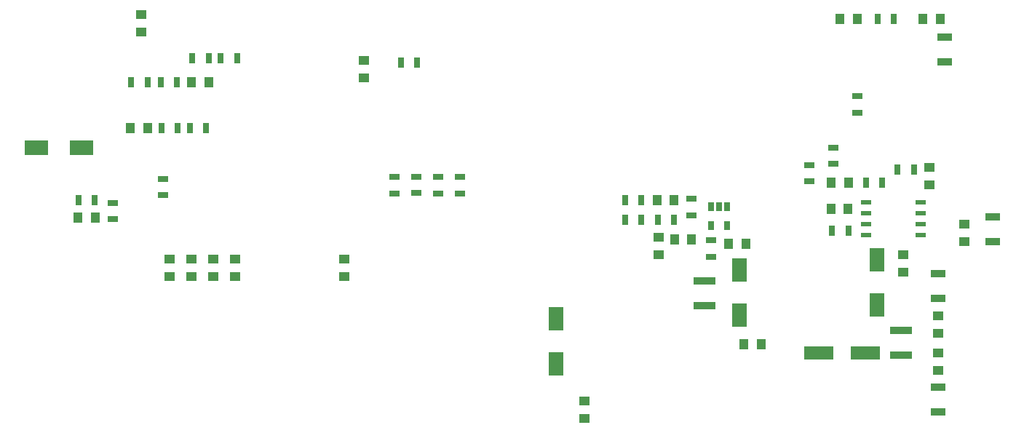
<source format=gbr>
G04 #@! TF.GenerationSoftware,KiCad,Pcbnew,(5.0.1)-4*
G04 #@! TF.CreationDate,2019-02-03T13:31:45+01:00*
G04 #@! TF.ProjectId,GPSDO-LCD-2,475053444F2D4C43442D322E6B696361,rev?*
G04 #@! TF.SameCoordinates,Original*
G04 #@! TF.FileFunction,Paste,Top*
G04 #@! TF.FilePolarity,Positive*
%FSLAX46Y46*%
G04 Gerber Fmt 4.6, Leading zero omitted, Abs format (unit mm)*
G04 Created by KiCad (PCBNEW (5.0.1)-4) date 03/02/2019 13:31:45*
%MOMM*%
%LPD*%
G01*
G04 APERTURE LIST*
%ADD10R,0.700000X1.300000*%
%ADD11R,1.250000X1.000000*%
%ADD12R,1.000000X1.250000*%
%ADD13R,1.800000X2.750000*%
%ADD14R,2.750000X1.800000*%
%ADD15R,2.500000X0.900000*%
%ADD16R,1.700000X0.900000*%
%ADD17R,1.300000X0.700000*%
%ADD18R,1.143000X0.508000*%
%ADD19R,0.650000X1.060000*%
%ADD20R,3.500000X1.600000*%
G04 APERTURE END LIST*
D10*
G04 #@! TO.C,R8*
X194056000Y-100076000D03*
X192156000Y-100076000D03*
G04 #@! TD*
D11*
G04 #@! TO.C,C1*
X196850000Y-123444000D03*
X196850000Y-121444000D03*
G04 #@! TD*
G04 #@! TO.C,C2*
X196850000Y-117126000D03*
X196850000Y-119126000D03*
G04 #@! TD*
G04 #@! TO.C,C3*
X199898000Y-108458000D03*
X199898000Y-106458000D03*
G04 #@! TD*
D12*
G04 #@! TO.C,C4*
X197088000Y-82550000D03*
X195088000Y-82550000D03*
G04 #@! TD*
D11*
G04 #@! TO.C,C5*
X192786000Y-111998000D03*
X192786000Y-109998000D03*
G04 #@! TD*
D12*
G04 #@! TO.C,C6*
X186404000Y-104648000D03*
X184404000Y-104648000D03*
G04 #@! TD*
G04 #@! TO.C,C7*
X187436000Y-82550000D03*
X185436000Y-82550000D03*
G04 #@! TD*
D11*
G04 #@! TO.C,C8*
X155702000Y-129032000D03*
X155702000Y-127032000D03*
G04 #@! TD*
D13*
G04 #@! TO.C,C9*
X189738000Y-115824000D03*
X189738000Y-110574000D03*
G04 #@! TD*
D11*
G04 #@! TO.C,C14*
X195834000Y-101854000D03*
X195834000Y-99854000D03*
G04 #@! TD*
D13*
G04 #@! TO.C,C15*
X152400000Y-122682000D03*
X152400000Y-117432000D03*
G04 #@! TD*
D12*
G04 #@! TO.C,C16*
X186420000Y-101600000D03*
X184420000Y-101600000D03*
G04 #@! TD*
D11*
G04 #@! TO.C,C17*
X104140000Y-82074000D03*
X104140000Y-84074000D03*
G04 #@! TD*
D12*
G04 #@! TO.C,C20*
X166180000Y-108204000D03*
X168180000Y-108204000D03*
G04 #@! TD*
G04 #@! TO.C,C22*
X166148000Y-103632000D03*
X164148000Y-103632000D03*
G04 #@! TD*
D11*
G04 #@! TO.C,C23*
X164338000Y-107982000D03*
X164338000Y-109982000D03*
G04 #@! TD*
D12*
G04 #@! TO.C,C24*
X176276000Y-120396000D03*
X174276000Y-120396000D03*
G04 #@! TD*
D11*
G04 #@! TO.C,C26*
X107442000Y-112522000D03*
X107442000Y-110522000D03*
G04 #@! TD*
D12*
G04 #@! TO.C,C27*
X98790000Y-105664000D03*
X96790000Y-105664000D03*
G04 #@! TD*
D11*
G04 #@! TO.C,C28*
X109982000Y-112522000D03*
X109982000Y-110522000D03*
G04 #@! TD*
G04 #@! TO.C,C29*
X115062000Y-110522000D03*
X115062000Y-112522000D03*
G04 #@! TD*
D12*
G04 #@! TO.C,C30*
X172498000Y-108712000D03*
X174498000Y-108712000D03*
G04 #@! TD*
D11*
G04 #@! TO.C,C31*
X112522000Y-110522000D03*
X112522000Y-112522000D03*
G04 #@! TD*
D13*
G04 #@! TO.C,C32*
X173736000Y-111760000D03*
X173736000Y-117010000D03*
G04 #@! TD*
D11*
G04 #@! TO.C,C34*
X130048000Y-89392000D03*
X130048000Y-87392000D03*
G04 #@! TD*
G04 #@! TO.C,C35*
X127762000Y-112506000D03*
X127762000Y-110506000D03*
G04 #@! TD*
D14*
G04 #@! TO.C,C37*
X91948000Y-97536000D03*
X97198000Y-97536000D03*
G04 #@! TD*
D15*
G04 #@! TO.C,L1*
X192532000Y-118766000D03*
X192532000Y-121666000D03*
G04 #@! TD*
G04 #@! TO.C,L3*
X169672000Y-115930000D03*
X169672000Y-113030000D03*
G04 #@! TD*
D16*
G04 #@! TO.C,R1*
X196850000Y-125370000D03*
X196850000Y-128270000D03*
G04 #@! TD*
G04 #@! TO.C,R2*
X196850000Y-112162000D03*
X196850000Y-115062000D03*
G04 #@! TD*
G04 #@! TO.C,R3*
X203200000Y-108458000D03*
X203200000Y-105558000D03*
G04 #@! TD*
G04 #@! TO.C,R4*
X197612000Y-87556000D03*
X197612000Y-84656000D03*
G04 #@! TD*
D10*
G04 #@! TO.C,R5*
X189804000Y-82550000D03*
X191704000Y-82550000D03*
G04 #@! TD*
G04 #@! TO.C,R6*
X188468000Y-101600000D03*
X190368000Y-101600000D03*
G04 #@! TD*
G04 #@! TO.C,R7*
X186436000Y-107188000D03*
X184536000Y-107188000D03*
G04 #@! TD*
G04 #@! TO.C,R9*
X113416000Y-87122000D03*
X115316000Y-87122000D03*
G04 #@! TD*
G04 #@! TO.C,R10*
X166148000Y-105918000D03*
X164248000Y-105918000D03*
G04 #@! TD*
G04 #@! TO.C,R11*
X112014000Y-87122000D03*
X110114000Y-87122000D03*
G04 #@! TD*
D17*
G04 #@! TO.C,R12*
X168180000Y-103510000D03*
X168180000Y-105410000D03*
G04 #@! TD*
G04 #@! TO.C,R13*
X100838000Y-105852000D03*
X100838000Y-103952000D03*
G04 #@! TD*
D10*
G04 #@! TO.C,R14*
X96840000Y-103632000D03*
X98740000Y-103632000D03*
G04 #@! TD*
G04 #@! TO.C,R15*
X160438000Y-105918000D03*
X162338000Y-105918000D03*
G04 #@! TD*
G04 #@! TO.C,R16*
X162338000Y-103632000D03*
X160438000Y-103632000D03*
G04 #@! TD*
D17*
G04 #@! TO.C,R17*
X170434000Y-110236000D03*
X170434000Y-108336000D03*
G04 #@! TD*
G04 #@! TO.C,R18*
X141224000Y-102870000D03*
X141224000Y-100970000D03*
G04 #@! TD*
G04 #@! TO.C,R19*
X138684000Y-100970000D03*
X138684000Y-102870000D03*
G04 #@! TD*
D10*
G04 #@! TO.C,R20*
X111694000Y-95250000D03*
X109794000Y-95250000D03*
G04 #@! TD*
D17*
G04 #@! TO.C,R21*
X136144000Y-102804000D03*
X136144000Y-100904000D03*
G04 #@! TD*
G04 #@! TO.C,R24*
X106680000Y-103058000D03*
X106680000Y-101158000D03*
G04 #@! TD*
D10*
G04 #@! TO.C,R25*
X136266000Y-87630000D03*
X134366000Y-87630000D03*
G04 #@! TD*
D17*
G04 #@! TO.C,R26*
X181864000Y-99568000D03*
X181864000Y-101468000D03*
G04 #@! TD*
G04 #@! TO.C,R27*
X184658000Y-97536000D03*
X184658000Y-99436000D03*
G04 #@! TD*
D10*
G04 #@! TO.C,R28*
X108392000Y-95250000D03*
X106492000Y-95250000D03*
G04 #@! TD*
D17*
G04 #@! TO.C,R29*
X133604000Y-100970000D03*
X133604000Y-102870000D03*
G04 #@! TD*
D18*
G04 #@! TO.C,U1*
X188468000Y-103886000D03*
X188468000Y-105156000D03*
X188468000Y-106426000D03*
X188468000Y-107696000D03*
X194818000Y-107696000D03*
X194818000Y-106426000D03*
X194818000Y-105156000D03*
X194818000Y-103886000D03*
G04 #@! TD*
D19*
G04 #@! TO.C,U4*
X172334000Y-106594000D03*
X170434000Y-106594000D03*
X170434000Y-104394000D03*
X171384000Y-104394000D03*
X172334000Y-104394000D03*
G04 #@! TD*
D12*
G04 #@! TO.C,C38*
X102886000Y-95250000D03*
X104886000Y-95250000D03*
G04 #@! TD*
G04 #@! TO.C,C39*
X111998000Y-89916000D03*
X109998000Y-89916000D03*
G04 #@! TD*
D10*
G04 #@! TO.C,R30*
X103002000Y-89916000D03*
X104902000Y-89916000D03*
G04 #@! TD*
G04 #@! TO.C,R31*
X106426000Y-89916000D03*
X108326000Y-89916000D03*
G04 #@! TD*
D17*
G04 #@! TO.C,R32*
X187452000Y-93472000D03*
X187452000Y-91572000D03*
G04 #@! TD*
D20*
G04 #@! TO.C,C25*
X188374000Y-121412000D03*
X182974000Y-121412000D03*
G04 #@! TD*
M02*

</source>
